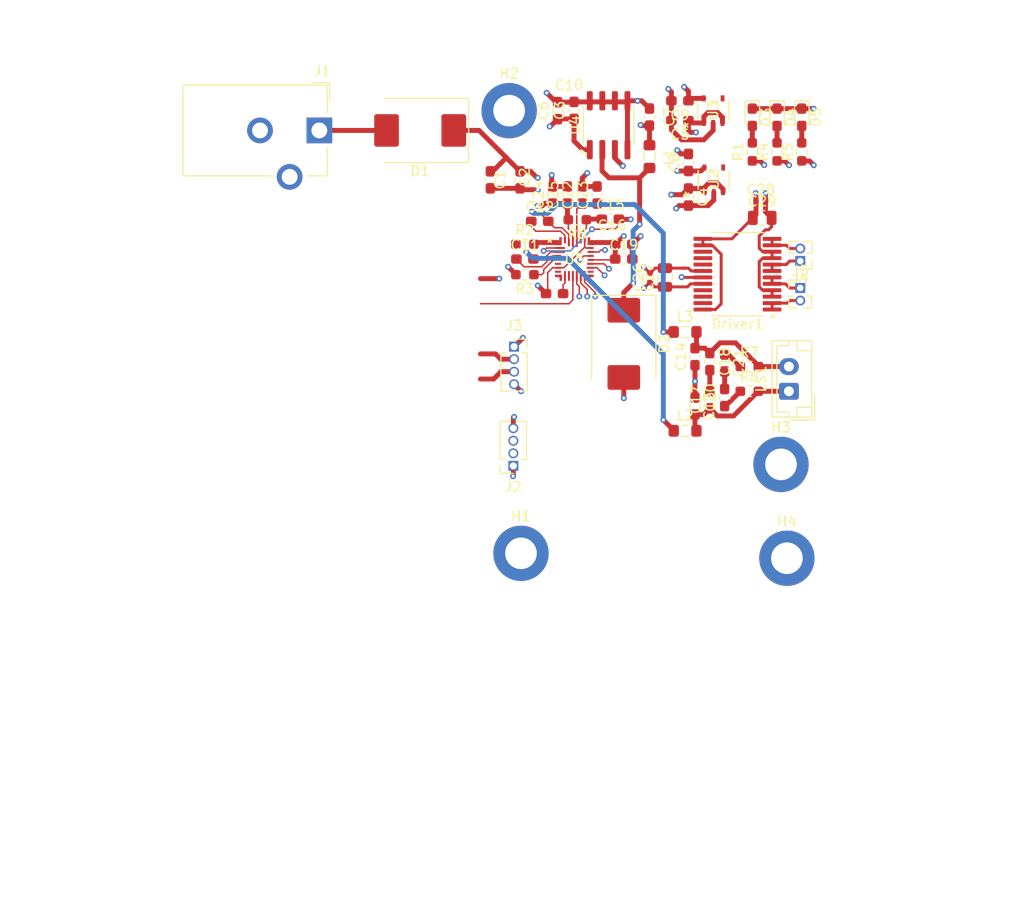
<source format=kicad_pcb>
(kicad_pcb (version 20241229) (generator "pcbnew") (generator_version "9.0")
  (layers (0 "F.Cu" signal) (4 "In1.Cu" signal) (6 "In2.Cu" signal) (2 "B.Cu" signal) (13 "F.Paste" user) (15 "B.Paste" user) (5 "F.SilkS" user "F.Silkscreen") (7 "B.SilkS" user "B.Silkscreen") (1 "F.Mask" user) (3 "B.Mask" user) (25 "Edge.Cuts" user))
  (net 0 "")
  (net 1 "12V")
  (net 2 "GND")
  (net 3 "5V")
  (net 4 "1.8V")
  (net 5 "3.3V")
  (net 6 "Net-(U5-DREG)")
  (net 7 "/OUT_P")
  (net 8 "Net-(U5-BST_P)")
  (net 9 "/OUT_N")
  (net 10 "Net-(U5-BST_N)")
  (net 11 "/VSNS_P")
  (net 12 "/VSNS_N")
  (net 13 "Net-(U5-PVDD_SNS)")
  (net 14 "Net-(C20-Pad1)")
  (net 15 "Net-(C21-Pad1)")
  (net 16 "Net-(U5-VBAT1S)")
  (net 17 "Net-(D1-A)")
  (net 18 "Net-(D2-K)")
  (net 19 "Net-(D3-A)")
  (net 20 "Net-(D4-A)")
  (net 21 "Net-(D5-A)")
  (net 22 "Net-(U5-VSNSN)")
  (net 23 "Net-(U5-VSNSP)")
  (net 25 "SDZ")
  (net 26 "SDIN")
  (net 27 "AIN1")
  (net 28 "STBY")
  (net 29 "SCL")
  (net 30 "PWMB")
  (net 31 "BO2")
  (net 33 "SDA")
  (net 34 "AIN2")
  (net 35 "IRQZ")
  (net 36 "AO2")
  (net 37 "SBCLK")
  (net 38 "FSYNC")
  (net 39 "SDOUT")
  (net 40 "AO1")
  (net 41 "BO1")
  (net 42 "BIN1")
  (net 51 "PWMA")
  (net 52 "BIN2")
  (net 53 "Echo_cap_2")
  (net 54 "Trig_cap_2")
  (net 55 "Trig_cap_1")
  (net 56 "Echo_cap_1")
  (footprint "Capacitor_SMD:C_0603_1608Metric_Pad1.08x0.95mm_HandSolder" (layer "F.Cu") (at 115.3 41.537499 90)
    (property "Reference" "C22")
    (property "Value" "1u")
  )
  (footprint "Capacitor_SMD:C_0603_1608Metric_Pad1.08x0.95mm_HandSolder" (layer "F.Cu") (at 128.2 62.2625 90)
    (property "Reference" "C17")
    (property "Value" "1nf")
  )
  (footprint "Capacitor_SMD:C_0603_1608Metric_Pad1.08x0.95mm_HandSolder" (layer "F.Cu") (at 128.2 58.4 -90)
    (property "Reference" "C18")
    (property "Value" "1nf")
  )
  (footprint "Connector_JST:JST_EH_B2B-EH-A_1x02_P2.50mm_Vertical" (layer "F.Cu") (at 136.2 61.4 90)
    (property "Reference" "LS1")
    (property "Value" "Speaker")
  )
  (footprint "LED_SMD:LED_0603_1608Metric_Pad1.05x0.95mm_HandSolder" (layer "F.Cu") (at 137.5 33.66875 -90)
    (property "Reference" "D5")
    (property "Value" "LED_Small")
  )
  (footprint "MountingHole:MountingHole_3.2mm_M3_DIN965_Pad" (layer "F.Cu") (at 109.1 77.8)
    (property "Reference" "H1")
    (property "Value" "MountingHole_Pad")
  )
  (footprint "Capacitor_SMD:C_0603_1608Metric_Pad1.08x0.95mm_HandSolder" (layer "F.Cu") (at 129.699999 62.0375 90)
    (property "Reference" "C20")
    (property "Value" "10nf")
  )
  (footprint "Capacitor_SMD:C_0603_1608Metric_Pad1.08x0.95mm_HandSolder" (layer "F.Cu") (at 109.496808 48.0202)
    (property "Reference" "C11")
    (property "Value" "0.1u")
  )
  (footprint "Package_SO:SSOP-24_5.3x8.2mm_P0.65mm" (layer "F.Cu") (at 131 49.55 180)
    (property "Reference" "Driver1")
    (property "Value" "TB6612FNG")
  )
  (footprint "Resistor_SMD:R_0603_1608Metric_Pad0.98x0.95mm_HandSolder" (layer "F.Cu") (at 132.2 61.4)
    (property "Reference" "R6")
    (property "Value" "3.3")
  )
  (footprint "Capacitor_SMD:C_0603_1608Metric_Pad1.08x0.95mm_HandSolder" (layer "F.Cu") (at 106 40 -90)
    (property "Reference" "C1")
    (property "Value" "100n")
  )
  (footprint "Capacitor_SMD:C_0603_1608Metric_Pad1.08x0.95mm_HandSolder" (layer "F.Cu") (at 122.1 33.65 90)
    (property "Reference" "C7")
    (property "Value" "180u")
  )
  (footprint "Capacitor_SMD:C_0603_1608Metric_Pad1.08x0.95mm_HandSolder" (layer "F.Cu") (at 114.465 32.975 90)
    (property "Reference" "C3")
    (property "Value" "470u")
  )
  (footprint "MountingHole:MountingHole_3.2mm_M3_DIN965_Pad" (layer "F.Cu") (at 107.9 33)
    (property "Reference" "H2")
    (property "Value" "MountingHole_Pad")
  )
  (footprint "Capacitor_SMD:C_0603_1608Metric_Pad1.08x0.95mm_HandSolder" (layer "F.Cu") (at 111 44.2)
    (property "Reference" "C12")
    (property "Value" "0.1u")
  )
  (footprint "Capacitor_SMD:C_0603_1608Metric_Pad1.08x0.95mm_HandSolder" (layer "F.Cu") (at 109 40 -90)
    (property "Reference" "C2")
    (property "Value" "100u")
  )
  (footprint "LED_SMD:LED_0603_1608Metric_Pad1.05x0.95mm_HandSolder" (layer "F.Cu") (at 132.5 33.66875 -90)
    (property "Reference" "D3")
    (property "Value" "LED_Small")
  )
  (footprint "Package_SO:SOIC-8_3.9x4.9mm_P1.27mm" (layer "F.Cu") (at 117.965 34.475 90)
    (property "Reference" "U4")
    (property "Value" "XL1509-5.0")
  )
  (footprint "footprints:SSOP5_ROM-L" (layer "F.Cu") (at 128.5398 33 90)
    (property "Reference" "U3")
    (property "Value" "BU33SD5WG-TR")
  )
  (footprint "Capacitor_SMD:C_0603_1608Metric_Pad1.08x0.95mm_HandSolder" (layer "F.Cu") (at 113.8 41.537499 90)
    (property "Reference" "C25")
    (property "Value" "0.1u")
  )
  (footprint "Inductor_SMD:L_0805_2012Metric_Pad1.05x1.20mm_HandSolder" (layer "F.Cu") (at 125.7 55.4)
    (property "Reference" "L3")
    (property "Value" "10u")
  )
  (footprint "Capacitor_SMD:C_0603_1608Metric_Pad1.08x0.95mm_HandSolder" (layer "F.Cu") (at 126.7 57.9 90)
    (property "Reference" "C14")
    (property "Value" "680n")
  )
  (footprint "Diode_SMD:D_SMC" (layer "F.Cu") (at 119.5 56.6 -90)
    (property "Reference" "D2")
    (property "Value" "MBRS320")
  )
  (footprint "Connector_PinSocket_1.27mm:PinSocket_1x04_P1.27mm_Vertical" (layer "F.Cu") (at 108.4 56.88)
    (property "Reference" "J3")
    (property "Value" "Conn_01x04_Socket")
  )
  (footprint "Capacitor_SMD:C_0603_1608Metric_Pad1.08x0.95mm_HandSolder" (layer "F.Cu") (at 119.496808 46.5202)
    (property "Reference" "C16")
    (property "Value" "1u")
  )
  (footprint "Capacitor_SMD:C_0603_1608Metric_Pad1.08x0.95mm_HandSolder" (layer "F.Cu") (at 119.496808 48.0202)
    (property "Reference" "C19")
    (property "Value" "4.7u")
  )
  (footprint "Resistor_SMD:R_0603_1608Metric_Pad0.98x0.95mm_HandSolder" (layer "F.Cu") (at 109.496808 49.6 180)
    (property "Reference" "R3")
    (property "Value" "1k")
  )
  (footprint "Capacitor_SMD:C_0603_1608Metric_Pad1.08x0.95mm_HandSolder" (layer "F.Cu") (at 112.496808 51.5202 180)
    (property "Reference" "C10")
    (property "Value" "1u")
  )
  (footprint "MountingHole:MountingHole_3.2mm_M3_DIN965_Pad" (layer "F.Cu") (at 136 78.3)
    (property "Reference" "H4")
    (property "Value" "MountingHole_Pad")
  )
  (footprint "Resistor_SMD:R_0603_1608Metric_Pad0.98x0.95mm_HandSolder" (layer "F.Cu") (at 137.5 37.16875 90)
    (property "Reference" "R5")
    (property "Value" "82")
  )
  (footprint "MountingHole:MountingHole_3.2mm_M3_DIN965_Pad" (layer "F.Cu") (at 135.4 68.8)
    (property "Reference" "H3")
    (property "Value" "MountingHole_Pad")
  )
  (footprint "Connector_PinSocket_1.27mm:PinSocket_1x04_P1.27mm_Vertical" (layer "F.Cu") (at 108.325 68.95 180)
    (property "Reference" "J2")
    (property "Value" "Conn_01x04_Socket")
  )
  (footprint "Connector_PinHeader_1.27mm:PinHeader_1x02_P1.27mm_Vertical" (layer "F.Cu") (at 137.35 50.95)
    (property "Reference" "J5")
    (property "Value" "Conn_01x02_Socket")
  )
  (footprint "Resistor_SMD:R_0603_1608Metric_Pad0.98x0.95mm_HandSolder" (layer "F.Cu") (at 132.5 37.16875 90)
    (property "Reference" "R1")
    (property "Value" "470")
  )
  (footprint "Capacitor_SMD:C_0603_1608Metric_Pad1.08x0.95mm_HandSolder" (layer "F.Cu") (at 112.3 41.537499 90)
    (property "Reference" "C24")
    (property "Value" "22u")
  )
  (footprint "Capacitor_SMD:C_0402_1005Metric" (layer "F.Cu") (at 122.1625 49.917499 90)
    (property "Reference" "C26")
    (property "Value" "100n")
  )
  (footprint "Inductor_SMD:L_0805_2012Metric_Pad1.05x1.20mm_HandSolder" (layer "F.Cu") (at 125.7 65.4)
    (property "Reference" "L2")
    (property "Value" "10u")
  )
  (footprint "Capacitor_SMD:C_0603_1608Metric_Pad1.08x0.95mm_HandSolder" (layer "F.Cu") (at 125.177299 34 180)
    (property "Reference" "C5")
    (property "Value" "1u")
  )
  (footprint "Connector_PinHeader_1.27mm:PinHeader_1x02_P1.27mm_Vertical" (layer "F.Cu") (at 137.35 48.220001 180)
    (property "Reference" "J4")
    (property "Value" "Conn_01x02_Socket")
  )
  (footprint "Capacitor_SMD:C_0603_1608Metric_Pad1.08x0.95mm_HandSolder" (layer "F.Cu") (at 118.140691 43.975)
    (property "Reference" "C15")
    (property "Value" "3.3n")
  )
  (footprint "Resistor_SMD:R_0603_1608Metric_Pad0.98x0.95mm_HandSolder" (layer "F.Cu") (at 114.8 44.037499 180)
    (property "Reference" "R8")
    (property "Value" "2.2k")
  )
  (footprint "footprints:VQFN-HR_RYA_TEX" (layer "F.Cu") (at 114.496808 48.0202)
    (property "Reference" "U5")
    (property "Value" "PTAS2780RYAR")
  )
  (footprint "Capacitor_SMD:C_0603_1608Metric_Pad1.08x0.95mm_HandSolder" (layer "F.Cu") (at 126.0398 41.7446 -90)
    (property "Reference" "C4")
    (property "Value" "1u")
  )
  (footprint "Capacitor_SMD:C_0603_1608Metric_Pad1.08x0.95mm_HandSolder" (layer "F.Cu") (at 125.177299 32 180)
    (property "Reference" "C9")
    (property "Value" "1u")
  )
  (footprint "Inductor_SMD:L_0805_2012Metric_Pad1.05x1.20mm_HandSolder" (layer "F.Cu") (at 122.1 37.65 90)
    (property "Reference" "L1")
    (property "Value" "68u")
  )
  (footprint "Capacitor_SMD:C_0402_1005Metric" (layer "F.Cu") (at 133.35 42.15)
    (property "Reference" "C28")
    (property "Value" "100n")
  )
  (footprint "Capacitor_SMD:C_0603_1608Metric_Pad1.08x0.95mm_HandSolder" (layer "F.Cu") (at 112.8 33 90)
    (property "Reference" "C6")
    (property "Value" "105n")
  )
  (footprint "Resistor_SMD:R_0603_1608Metric_Pad0.98x0.95mm_HandSolder" (layer "F.Cu") (at 109.496808 46.5202)
    (property "Reference" "R2")
    (property "Value" "1k")
  )
  (footprint "Capacitor_SMD:C_0603_1608Metric_Pad1.08x0.95mm_HandSolder" (layer "F.Cu") (at 126.0398 38.2446 90)
    (property "Reference" "C8")
    (property "Value" "1u")
  )
  (footprint "Resistor_SMD:R_0603_1608Metric_Pad0.98x0.95mm_HandSolder" (layer "F.Cu") (at 135 37.16875 90)
    (property "Reference" "R4")
    (property "Value" "120")
  )
  (footprint "footprints:SSOP5_ROM-L" (layer "F.Cu") (at 128.6 40 90)
    (property "Reference" "U2")
    (property "Value" "BU18SD5WG-TL")
  )
  (footprint "Capacitor_SMD:C_0603_1608Metric_Pad1.08x0.95mm_HandSolder" (layer "F.Cu") (at 126.7 62.9 -90)
    (property "Reference" "C13")
    (property "Value" "680n")
  )
  (footprint "Capacitor_SMD:C_0805_2012Metric" (layer "F.Cu") (at 133.5 43.85)
    (property "Reference" "C29")
    (property "Value" "10u")
  )
  (footprint "Diode_SMD:D_SMC" (layer "F.Cu") (at 98.9 35 180)
    (property "Reference" "D1")
    (property "Value" "MBRS320")
  )
  (footprint "Capacitor_SMD:C_0603_1608Metric_Pad1.08x0.95mm_HandSolder" (layer "F.Cu") (at 129.7 58.537499 -90)
    (property "Reference" "C21")
    (property "Value" "10nf")
  )
  (footprint "Capacitor_SMD:C_0805_2012Metric" (layer "F.Cu") (at 123.6625 49.8875 90)
    (property "Reference" "C27")
    (property "Value" "10u")
  )
  (footprint "Resistor_SMD:R_0603_1608Metric_Pad0.98x0.95mm_HandSolder" (layer "F.Cu") (at 132.2 58.9)
    (property "Reference" "R7")
    (property "Value" "3.3")
  )
  (footprint "LED_SMD:LED_0603_1608Metric_Pad1.05x0.95mm_HandSolder" (layer "F.Cu") (at 135 33.66875 -90)
    (property "Reference" "D4")
    (property "Value" "LED_Small")
  )
  (footprint "Connector_BarrelJack:BarrelJack_CUI_PJ-102AH_Horizontal" (layer "F.Cu") (at 88.7 35 -90)
    (property "Reference" "J1")
    (property "Value" "Barrel_Jack")
  )
  (footprint "Capacitor_SMD:C_0603_1608Metric_Pad1.08x0.95mm_HandSolder" (layer "F.Cu") (at 116.8 41.537499 90)
    (property "Reference" "C23")
    (property "Value" "0.1u")
  )
  (segment (start 111.485893 42.4) (end 112.3 42.4) (width 0.5) (layer "F.Cu") (net 1))
  (segment (start 113.8875 44.037499) (end 113.8875 44.940692) (width 0.15) (layer "F.Cu") (net 1))
  (segment (start 107.62 37.757499) (end 106.24 39.137499) (width 0.5) (layer "F.Cu") (net 1))
  (segment (start 110.762501 42.637499) (end 111.248394 42.637499) (width 0.5) (layer "F.Cu") (net 1))
  (segment (start 132.87 42.15) (end 132.87 41.37) (width 0.5) (layer "F.Cu") (net 1))
  (segment (start 112.062501 34.6) (end 112.8 33.862501) (width 0.5) (layer "F.Cu") (net 1))
  (segment (start 102.3 35) (end 104.862501 35) (width 0.5) (layer "F.Cu") (net 1))
  (segment (start 110.062501 39.137499) (end 109 39.137499) (width 0.5) (layer "F.Cu") (net 1))
  (segment (start 106 39.057499) (end 106 39.137499) (width 0.5) (layer "F.Cu") (net 1))
  (segment (start 133.28125 38.08125) (end 133.7 38.5) (width 0.5) (layer "F.Cu") (net 1))
  (segment (start 113.8 43.949999) (end 113.8875 44.037499) (width 0.5) (layer "F.Cu") (net 1))
  (segment (start 106.24 39.137499) (end 106 39.137499) (width 0.5) (layer "F.Cu") (net 1))
  (segment (start 115.35 36.95) (end 116.06 36.95) (width 0.5) (layer "F.Cu") (net 1))
  (segment (start 128.449999 46.625) (end 129.35 47.525001) (width 0.3) (layer "F.Cu") (net 1))
  (segment (start 112.3 42.4) (end 113.8 42.4) (width 0.5) (layer "F.Cu") (net 1))
  (segment (start 114.465 36.065) (end 115.35 36.95) (width 0.5) (layer "F.Cu") (net 1))
  (segment (start 132.5 38.08125) (end 133.28125 38.08125) (width 0.5) (layer "F.Cu") (net 1))
  (segment (start 127.5 46.625) (end 127.5 45.975) (width 0.3) (layer "F.Cu") (net 1))
  (segment (start 114.346808 46.3107) (end 114.346808 45.4) (width 0.15) (layer "F.Cu") (net 1))
  (segment (start 130.425 45.975) (end 132.55 43.85) (width 0.3) (layer "F.Cu") (net 1))
  (segment (start 127.5 45.975) (end 130.425 45.975) (width 0.3) (layer "F.Cu") (net 1))
  (segment (start 132.87 41.37) (end 132.85 41.35) (width 0.5) (layer "F.Cu") (net 1))
  (segment (start 129.35 52.55) (end 128.775 53.125) (width 0.3) (layer "F.Cu") (net 1))
  (segment (start 107.62 37.757499) (end 109 39.137499) (width 0.5) (layer "F.Cu") (net 1))
  (segment (start 113.8 42.4) (end 113.8 43.949999) (width 0.5) (layer "F.Cu") (net 1))
  (segment (start 114.465 33.837501) (end 112.825 33.837501) (width 0.5) (layer "F.Cu") (net 1))
  (segment (start 111.248394 42.637499) (end 111.485893 42.4) (width 0.5) (layer "F.Cu") (net 1))
  (segment (start 114.465 33.837501) (end 114.465 36.065) (width 0.5) (layer "F.Cu") (net 1))
  (segment (start 129.35 47.525001) (end 129.35 52.55) (width 0.3) (layer "F.Cu") (net 1))
  (segment (start 132.87 42.15) (end 132.87 43.53) (width 0.5) (layer "F.Cu") (net 1))
  (segment (start 132.87 43.53) (end 132.55 43.85) (width 0.5) (layer "F.Cu") (net 1))
  (segment (start 113.8875 44.940692) (end 114.346808 45.4) (width 0.15) (layer "F.Cu") (net 1))
  (segment (start 110.725002 39.8) (end 110.062501 39.137499) (width 0.5) (layer "F.Cu") (net 1))
  (segment (start 104.862501 35) (end 107.62 37.757499) (width 0.5) (layer "F.Cu") (net 1))
  (segment (start 112.825 33.837501) (end 112.8 33.862501) (width 0.5) (layer "F.Cu") (net 1))
  (segment (start 128.775 53.125) (end 127.5 53.125) (width 0.3) (layer "F.Cu") (net 1))
  (segment (start 110.8 39.8) (end 110.725002 39.8) (width 0.5) (layer "F.Cu") (net 1))
  (segment (start 112 34.6) (end 112.062501 34.6) (width 0.5) (layer "F.Cu") (net 1))
  (segment (start 127.5 46.625) (end 128.449999 46.625) (width 0.3) (layer "F.Cu") (net 1))
  (via (at 132.85 41.35) (size 0.6) (drill 0.3) (layers "F.Cu" "B.Cu") (net 1))
  (via (at 110.8 39.8) (size 0.6) (drill 0.3) (layers "F.Cu" "B.Cu") (net 1))
  (via (at 133.7 38.5) (size 0.6) (drill 0.3) (layers "F.Cu" "B.Cu") (net 1))
  (via (at 110.762501 42.637499) (size 0.6) (drill 0.3) (layers "F.Cu" "B.Cu") (net 1))
  (via (at 112 34.6) (size 0.6) (drill 0.3) (layers "F.Cu" "B.Cu") (net 1))
  (segment (start 122.662498 48.937501) (end 123.6625 48.937501) (width 0.3) (layer "F.Cu") (net 2))
  (segment (start 133.83 42.15) (end 133.83 43.23) (width 0.5) (layer "F.Cu") (net 2))
  (segment (start 121.2 45.7) (end 121.179508 45.7) (width 0.5) (layer "F.Cu") (net 2))
  (segment (start 115.546808 45.720293) (end 115.546808 46.1202) (width 0.15) (layer "F.Cu") (net 2))
  (segment (start 112.3 40.674998) (end 113.8 40.674998) (width 0.5) (layer "F.Cu") (net 2))
  (segment (start 110.8 50.7) (end 111.6 51.5) (width 0.5) (layer "F.Cu") (net 2))
  (segment (start 122.1625 49.437499) (end 122.137499 49.437499) (width 0.3) (layer "F.Cu") (net 2))
  (segment (start 111.634307 51.5202) (end 111.5202 51.5202) (width 0.5) (layer "F.Cu") (net 2))
  (segment (start 111.8 51.354507) (end 111.634307 51.5202) (width 0.15) (layer "F.Cu") (net 2))
  (segment (start 134.5 47.275) (end 134.5 47.925) (width 0.3) (layer "F.Cu") (net 2))
  (segment (start 112.8 32.137499) (end 112.637499 32.137499) (width 0.5) (layer "F.Cu") (net 2))
  (segment (start 128.5398 35) (end 128.5398 34.2446) (width 0.5) (layer "F.Cu") (net 2))
  (segment (start 133.83 42.15) (end 133.83 41.37) (width 0.5) (layer "F.Cu") (net 2))
  (segment (start 133.199 50.823999) (end 133.550001 51.175) (width 0.3) (layer "F.Cu") (net 2))
  (segment (start 115.3 39.820491) (end 115.803192 39.317299) (width 0.5) (layer "F.Cu") (net 2))
  (segment (start 108.4 60.69) (end 108.4 60.7) (width 0.5) (layer "F.Cu") (net 2))
  (segment (start 113.446807 48.900001) (end 115.546808 46.8) (width 0.15) (layer "F.Cu") (net 2))
  (segment (start 123.6625 48.937501) (end 125.45 48.937501) (width 0.3) (layer "F.Cu") (net 2))
  (segment (start 126.0398 42.607101) (end 125.092899 42.607101) (width 0.5) (layer "F.Cu") (net 2))
  (segment (start 119.87 36.95) (end 119.87 32) (width 0.5) (layer "F.Cu") (net 2))
  (segment (start 122.1625 49.437499) (end 122.662498 48.937501) (width 0.3) (layer "F.Cu") (net 2))
  (segment (start 121.312501 32) (end 122.1 32.787499) (width 0.5) (layer "F.Cu") (net 2))
  (segment (start 119.003192 43.975) (end 119.003192 44.596808) (width 0.15) (layer "F.Cu") (net 2))
  (segment (start 134.45 44.75) (end 134.45 43.85) (width 0.3) (layer "F.Cu") (net 2))
  (segment (start 119.87 32) (end 120.9 32) (width 0.5) (layer "F.Cu") (net 2))
  (segment (start 112.203192 40.57819) (end 112.3 40.674998) (width 0.5) (layer "F.Cu") (net 2))
  (segment (start 133.834418 45.05) (end 134.15 45.05) (width 0.3) (layer "F.Cu") (net 2))
  (segment (start 115.546808 46.1202) (end 115.546808 46.8) (width 0.15) (layer "F.Cu") (net 2))
  (segment (start 105 50) (end 106.9 50) (width 0.5) (layer "F.Cu") (net 2))
  (segment (start 112.846799 48.900001) (end 112.288398 48.900001) (width 0.15) (layer "F.Cu") (net 2))
  (segment (start 118.6 45) (end 116.267101 45) (width 0.15) (layer "F.Cu") (net 2))
  (segment (start 124.314798 32) (end 124.314798 34) (width 0.5) (layer "F.Cu") (net 2))
  (segment (start 110.8 41.000003) (end 110.799997 41) (width 0.5) (layer "F.Cu") (net 2))
  (segment (start 115.546808 46.8) (end 115.646808 46.9) (width 0.15) (layer "F.Cu") (net 2))
  (segment (start 137.5 32.793751) (end 132.5 32.793751) (width 0.5) (layer "F.Cu") (net 2))
  (segment (start 109.137499 41) (end 109 40.862501) (width 0.5) (layer "F.Cu") (net 2))
  (segment (start 108.4 60.7) (end 109.1 61.4) (width 0.5) (layer "F.Cu") (net 2))
  (segment (start 127.5 49.225) (end 126.325 49.225) (width 0.3) (layer "F.Cu") (net 2))
  (segment (start 112.637499 32.137499) (end 111.7 31.2) (width 0.5) (layer "F.Cu") (net 2))
  (segment (start 124.314798 31.114798) (end 124 30.8) (width 0.5) (layer "F.Cu") (net 2))
  (segment (start 128.2 59.262501) (end 128.2 61.399999) (width 0.5) (layer "F.Cu") (net 2))
  (segment (start 125.351 35.951) (end 127.5888 35.951) (width 0.5) (layer "F.Cu") (net 2))
  (segment (start 114.44 32.137499) (end 114.465 32.112499) (width 0.5) (layer "F.Cu") (net 2))
  (segment (start 129.699999 61.174999) (end 129.7 59.4) (width 0.5) (layer "F.Cu") (net 2))
  (segment (start 119.5 60) (end 119.5 62.1) (width 0.5) (layer "F.Cu") (net 2))
  (segment (start 111.8 49.388399) (end 111.8 51.354507) (width 0.15) (layer "F.Cu") (net 2))
  (segment (start 133.550001 47.925) (end 133.199 48.276001) (width 0.3) (layer "F.Cu") (net 2))
  (segment (start 133.83 41.37) (end 133.85 41.35) (width 0.5) (layer "F.Cu") (net 2))
  (segment (start 124.314798 34.914798) (end 125.351 35.951) (width 0.5) (layer "F.Cu") (net 2))
  (segment (start 121.179508 45.7) (end 120.359309 46.520199) (width 0.5) (layer "F.Cu") (net 2))
  (segment (start 128.6 42.0494) (end 128.6 41.2446) (width 0.5) (layer "F.Cu") (net 2))
  (segment (start 125.45 48.937501) (end 125.662501 48.937501) (width 0.3) (layer "F.Cu") (net 2))
  (segment (start 133.550001 47.275) (end 133.199 46.923999) (width 0.3) (layer "F.Cu") (net 2))
  (segment (start 115.646808 46.9) (end 116.146818 46.9) (width 0.15) (layer "F.Cu") (net 2))
  (segment (start 119.003192 44.596808) (end 118.6 45) (width 0.15) (layer "F.Cu") (net 2))
  (segment (start 115.3 40.674998) (end 116.8 40.674998) (width 0.5) (layer "F.Cu") (net 2))
  (segment (start 133.550001 51.175) (end 134.5 51.175) (width 0.3) (layer "F.Cu") (net 2))
  (segment (start 124.314798 32) (end 124.314798 31.114798) (width 0.5) (layer "F.Cu") (net 2))
  (segment (start 123.6625 48.937501) (end 123.887499 49.1625) (width 0.3) (layer "F.Cu") (net 2))
  (segment (start 112.846799 48.900001) (end 113.446807 48.900001) (width 0.15) (layer "F.Cu") (net 2))
  (segment (start 112.288398 48.900001) (end 111.8 49.388399) (width 0.15) (layer "F.Cu") (net 2))
  (segment (start 113.05 46.9) (end 111.686826 46.9) (width 0.15) (layer "F.Cu") (net 2))
  (segment (start 120.359308 46.5202) (end 120.359309 48.0202) (width 0.5) (layer "F.Cu") (net 2))
  (segment (start 127.5888 35.951) (end 128.5398 35) (width 0.5) (layer "F.Cu") (net 2))
  (segment (start 120.359309 46.520199) (end 120.359309 48.0202) (width 0.5) (layer "F.Cu") (net 2))
  (segment (start 137.5 32.793751) (end 138.693751 32.793751) (width 0.5) (layer "F.Cu") (net 2))
  (segment (start 125.282099 37.382099) (end 124.9 37) (width 0.5) (layer "F.Cu") (net 2))
  (segment (start 111.6 51.5) (end 111.614107 51.5) (width 0.5) (layer "F.Cu") (net 2))
  (segment (start 126.7 58.762501) (end 126.7 60.4) (width 0.5) (layer "F.Cu") (net 2))
  (segment (start 124.314798 34) (end 124.314798 34.914798) (width 0.5) (layer "F.Cu") (net 2))
  (segment (start 128.042299 42.607101) (end 128.6 42.0494) (width 0.5) (layer "F.Cu") (net 2))
  (segment (start 133.83 43.23) (end 134.45 43.85) (width 0.5) (layer "F.Cu") (net 2))
  (segment (start 111.614107 51.5) (end 111.634307 51.5202) (width 0.5) (layer "F.Cu") (net 2))
  (segment (start 126.7 62.037499) (end 126.7 60.4) (width 0.5) (layer "F.Cu") (net 2))
  (segment (start 112.8 32.137499) (end 114.44 32.137499) (width 0.5) (layer "F.Cu") (net 2))
  (segment (start 134.5 47.275) (end 133.550001 47.275) (width 0.3) (layer "F.Cu") (net 2))
  (segment (start 108.325 65.14) (end 108.325 64.075) (width 0.5) (layer "F.Cu") (net 2))
  (segment (start 126.325 49.225) (end 126.037501 48.937501) (width 0.3) (layer "F.Cu") (net 2))
  (segment (start 126.0398 37.382099) (end 125.282099 37.382099) (width 0.5) (layer "F.Cu") (net 2))
  (segment (start 133.199 48.276001) (end 133.199 50.823999) (width 0.3) (layer "F.Cu") (net 2))
  (segment (start 133.199 46.923999) (end 133.199 45.685418) (width 0.3) (layer "F.Cu") (net 2))
  (segment (start 120.9 32) (end 121.312501 32) (width 0.5) (layer "F.Cu") (net 2))
  (segment (start 124.314798 32) (end 124.4 32) (width 0.5) (layer "F.Cu") (net 2))
  (segment (start 133.199 45.685418) (end 133.834418 45.05) (width 0.3) (layer "F.Cu") (net 2))
  (segment (start 108.325 64.075) (end 108.4 64) (width 0.5) (layer "F.Cu") (net 2))
  (segment (start 116.267101 45) (end 115.546808 45.720293) (width 0.15) (layer "F.Cu") (net 2))
  (segment (start 115.3 40.674998) (end 115.3 39.820491) (width 0.5) (layer "F.Cu") (net 2))
  (segment (start 106 40.862501) (end 109 40.862501) (width 0.5) (layer "F.Cu") (net 2))
  (segment (start 126.0398 42.607101) (end 128.042299 42.607101) (width 0.5) (layer "F.Cu") (net 2))
  (segment (start 125.092899 42.607101) (end 124.8 42.9) (width 0.5) (layer "F.Cu") (net 2))
  (segment (start 110.799997 41) (end 109.137499 41) (width 0.5) (layer "F.Cu") (net 2))
  (segment (start 112.203192 39.517299) (end 112.203192 40.57819) (width 0.5) (layer "F.Cu") (net 2))
  (segment (start 119.003192 43.975) (end 119.028192 44) (width 0.5) (layer "F.Cu") (net 2))
  (segment (start 134.15 45.05) (end 134.45 44.75) (width 0.3) (layer "F.Cu") (net 2))
  (segment (start 111.686826 46.9) (end 111.393413 47.193413) (width 0.15) (layer "F.Cu") (net 2))
  (segment (start 119.028192 44) (end 120.2 44) (width 0.5) (layer "F.Cu") (net 2))
  (segment (start 122.137499 49.437499) (end 121.55 48.85) (width 0.3) (layer "F.Cu") (net 2))
  (segment (start 138.693751 32.793751) (end 138.7 32.8) (width 0.5) (layer "F.Cu") (net 2))
  (segment (start 114.465 32.112499) (end 119.757501 32.112499) (width 0.5) (layer "F.Cu") (net 2))
  (segment (start 134.5 47.925) (end 133.550001 47.925) (width 0.3) (layer "F.Cu") (net 2))
  (segment (start 134.5 51.175) (end 134.5 51.825) (width 0.3) (layer "F.Cu") (net 2))
  (segment (start 119.757501 32.112499) (end 119.87 32) (width 0.5) (layer "F.Cu") (net 2))
  (segment (start 126.037501 48.937501) (end 125.45 48.937501) (width 0.3) (layer "F.Cu") (net 2))
  (via (at 124.8 42.9) (size 0.6) (drill 0.3) (layers "F.Cu" "B.Cu") (net 2))
  (via (at 120.2 44) (size 0.6) (drill 0.3) (layers "F.Cu" "B.Cu") (net 2))
  (via (at 109.1 61.4) (size 0.6) (drill 0.3) (layers "F.Cu" "B.Cu") (net 2))
  (via (at 111.393413 47.193413) (size 0.6) (drill 0.3) (layers "F.Cu" "B.Cu") (net 2))
  (via (at 124.9 37) (size 0.6) (drill 0.3) (layers "F.Cu" "B.Cu") (net 2))
  (via (at 110.8 50.7) (size 0.6) (drill 0.3) (layers "F.Cu" "B.Cu") (net 2))
  (via (at 126.7 60.4) (size 0.6) (drill 0.3) (layers "F.Cu" "B.Cu") (net 2))
  (via (at 133.85 41.35) (size 0.6) (drill 0.3) (layers "F.Cu" "B.Cu") (net 2))
  (via (at 138.7 32.8) (size 0.6) (drill 0.3) (layers "F.Cu" "B.Cu") (net 2))
  (via (at 108.4 64) (size 0.6) (drill 0.3) (layers "F.Cu" "B.Cu") (net 2))
  (via (at 121.2 45.7) (size 0.6) (drill 0.3) (layers "F.Cu" "B.Cu") (net 2))
  (via (at 120.9 32) (size 0.6) (drill 0.3) (layers "F.Cu" "B.Cu") (net 2))
  (via (at 112.203192 39.517299) (size 0.6) (drill 0.3) (layers "F.Cu" "B.Cu") (net 2))
  (via (at 111.7 31.2) (size 0.6) (drill 0.3) (layers "F.Cu" "B.Cu") (net 2))
  (via (at 106.9 50) (size 0.6) (drill 0.3) (layers "F.Cu" "B.Cu") (net 2))
  (via (at 110.8 41.000003) (size 0.6) (drill 0.3) (layers "F.Cu" "B.Cu") (net 2))
  (via (at 115.803192 39.317299) (size 0.6) (drill 0.3) (layers "F.Cu" "B.Cu") (net 2))
  (via (at 124 30.8) (size 0.6) (drill 0.3) (layers "F.Cu" "B.Cu") (net 2))
  (via (at 116.276024 45.00181) (size 0.6) (drill 0.3) (layers "F.Cu" "B.Cu") (net 2))
  (via (at 119.5 62.1) (size 0.6) (drill 0.3) (layers "F.Cu" "B.Cu") (net 2))
  (via (at 121.55 48.85) (size 0.6) (drill 0.3) (layers "F.Cu" "B.Cu") (net 2))
  (segment (start 111.393413 47.193413) (end 114.084421 47.193413) (width 0.15) (layer "B.Cu") (net 2))
  (segment (start 114.084421 47.193413) (end 116.276024 45.00181) (width 0.15) (layer "B.Cu") (net 2))
  (segment (start 126.017901 40.882099) (end 126.0398 40.882099) (width 0.5) (layer "F.Cu") (net 3))
  (segment (start 126.8 35.2) (end 126.2796 35.2) (width 0.5) (layer "F.Cu") (net 3))
  (segment (start 128 33.2) (end 127.6 33.6) (width 0.5) (layer "F.Cu") (net 3))
  (segment (start 121.262501 34.512501) (end 122.1 34.512501) (width 0.5) (layer "F.Cu") (net 3))
  (segment (start 127.6602 40.7871) (end 128.1473 40.3) (width 0.5) (layer "F.Cu") (net 3))
  (segment (start 129.4796 34.2446) (end 129.4796 33.6796) (width 0.5) (layer "F.Cu") (net 3))
  (segment (start 124.3 41.5) (end 125.4 41.5) (width 0.5) (layer "F.Cu") (net 3))
  (segment (start 122.1 34.512501) (end 122.1 36.5) (width 0.5) (layer "F.Cu") (net 3))
  (segment (start 126.0398 40.882099) (end 126.7 40.882099) (width 0.5) (layer "F.Cu") (net 3))
  (segment (start 129.4796 33.6796) (end 129 33.2) (width 0.5) (layer "F.Cu") (net 3))
  (segment (start 127.565201 40.882099) (end 126.7 40.882099) (width 0.5) (layer "F.Cu") (net 3))
  (segment (start 127.6 33.6) (end 127.6 34.2446) (width 0.5) (layer "F.Cu") (net 3))
  (segment (start 126.2844 34.2446) (end 126.0398 34) (width 0.5) (layer "F.Cu") (net 3))
  (segment (start 128.9 40.3) (end 129.5398 40.9398) (width 0.5) (layer "F.Cu") (net 3))
  (segment (start 126.0398 34.9602) (end 126.0398 34) (width 0.5) (layer "F.Cu") (net 3))
  (segment (start 108.42 56.88) (end 109.3 56) (width 0.5) (layer "F.Cu") (net 3))
  (segment (start 125.4 41.5) (end 126.017901 40.882099) (width 0.5) (layer "F.Cu") (net 3))
  (segment (start 127.6602 41.2446) (end 127.6602 40.7871) (width 0.5) (layer "F.Cu") (net 3))
  (segment (start 128.1473 40.3) (end 127.565201 40.882099) (width 0.5) (layer "F.Cu") (net 3))
  (segment (start 126.7 40.882099) (end 127.297699 40.882099) (width 0.5) (layer "F.Cu") (net 3))
  (segment (start 126.2796 35.2) (end 126.0398 34.9602) (width 0.5) (layer "F.Cu") (net 3))
  (segment (start 121.2 34.45) (end 121.262501 34.512501) (width 0.5) (layer "F.Cu") (net 3))
  (segment (start 127.297699 40.882099) (end 127.6602 41.2446) (width 0.5) (layer "F.Cu") (net 3))
  (segment (start 108.325 68.95) (end 108.325 69.975) (width 0.5) (layer "F.Cu") (net 3))
  (segment (start 108.325 69.975) (end 108.3 70) (width 0.5) (layer "F.Cu") (net 3))
  (segment (start 129.5398 40.9398) (end 129.5398 41.2446) (width 0.5) (layer "F.Cu") (net 3))
  (segment (start 127.6 34.2446) (end 126.2844 34.2446) (width 0.5) (layer "F.Cu") (net 3))
  (segment (start 108.4 56.88) (end 108.42 56.88) (width 0.5) (layer "F.Cu") (net 3))
  (segment (start 118.6 37.8) (end 119.4 38.6) (width 0.5) (layer "F.Cu") (net 3))
  (segment (start 129 33.2) (end 128 33.2) (width 0.5) (layer "F.Cu") (net 3))
  (segment (start 118.6 36.95) (end 118.6 37.8) (width 0.5) (layer "F.Cu") (net 3))
  (segment (start 128.1473 40.3) (end 128.9 40.3) (width 0.5) (layer "F.Cu") (net 3))
  (via (at 126.8 35.2) (size 0.6) (drill 0.3) (layers "F.Cu" "B.Cu") (net 3))
  (via (at 108.3 70) (size 0.6) (drill 0.3) (layers "F.Cu" "B.Cu") (net 3))
  (via (at 121.2 34.45) (size 0.6) (drill 0.3) (layers "F.Cu" "B.Cu") (net 3))
  (via (at 124.3 41.5) (size 0.6) (drill 0.3) (layers "F.Cu" "B.Cu") (net 3))
  (via (at 109.3 56) (size 0.6) (drill 0.3) (layers "F.Cu" "B.Cu") (net 3))
  (via (at 119.4 38.6) (size 0.6) (drill 0.3) (layers "F.Cu" "B.Cu") (net 3))
  (segment (start 118.634308 46.5202) (end 118.6798 46.5202) (width 0.5) (layer "F.Cu") (net 4))
  (segment (start 118.554506 48.100001) (end 118.634307 48.0202) (width 0.15) (layer "F.Cu") (net 4))
  (segment (start 118.6798 46.5202) (end 119.5 45.7) (width 0.5) (layer "F.Cu") (net 4))
  (segment (start 137.509375 38.1) (end 138.290625 38.1) (width 0.5) (layer "F.Cu") (net 4))
  (segment (start 138.290625 38.1) (end 138.709375 38.51875) (width 0.5) (layer "F.Cu") (net 4))
  (segment (start 118.634308 46.5202) (end 118.461508 46.3474) (width 0.5) (layer "F.Cu") (net 4))
  (segment (start 116.146817 48.100001) (end 118.554506 48.100001) (width 0.15) (layer "F.Cu") (net 4))
  (segment (start 126.0398 39.107101) (end 127.295799 39.107101) (width 0.5) (layer "F.Cu") (net 4))
  (segment (start 118.461508 46.3474) (end 116.146808 46.3474) (width 0.5) (layer "F.Cu") (net 4))
  (segment (start 126.0398 39.107101) (end 124.907101 39.107101) (width 0.5) (layer "F.Cu") (net 4))
  (segment (start 124.907101 39.107101) (end 124.9 39.1) (width 0.5) (layer "F.Cu") (net 4))
  (segment (start 127.295799 39.107101) (end 127.6475 38.7554) (width 0.5) (layer "F.Cu") (net 4))
  (segment (start 118.634308 46.5202) (end 118.634307 48.0202) (width 0.5) (layer "F.Cu") (net 4))
  (via (at 124.9 39.1) (size 0.6) (drill 0.3) (layers "F.Cu" "B.Cu") (net 4))
  (via (at 138.709375 38.51875) (size 0.6) (drill 0.3) (layers "F.Cu" "B.Cu") (net 4))
  (via (at 119.5 45.7) (size 0.6) (drill 0.3) (layers "F.Cu" "B.Cu") (net 4))
  (segment (start 126.2844 31.7554) (end 126.0398 32) (width 0.5) (layer "F.Cu") (net 5))
  (segment (start 126.0398 31.0398) (end 125.6 30.6) (width 0.5) (layer "F.Cu") (net 5))
  (segment (start 123.6625 50.837499) (end 125.937501 50.837499) (width 0.3) (layer "F.Cu") (net 5))
  (segment (start 127.5873 31.7554) (end 126.2844 31.7554) (width 0.5) (layer "F.Cu") (net 5))
  (segment (start 122.6025 50.837499) (end 122.1625 50.397499) (width 0.3) (layer "F.Cu") (net 5))
  (segment (start 126.25 50.525) (end 127.5 50.525) (width 0.3) (layer "F.Cu") (net 5))
  (segment (start 135.790625 38.1) (end 136.209375 38.51875) (width 0.5) (layer "F.Cu") (net 5))
  (segment (start 122.1625 50.397499) (end 122.102501 50.397499) (width 0.3) (layer "F.Cu") (net 5))
  (segment (start 135.009375 38.1) (end 135.790625 38.1) (width 0.5) (layer "F.Cu") (net 5))
  (segment (start 123.6625 50.837499) (end 122.6025 50.837499) (width 0.3) (layer "F.Cu") (net 5))
  (segment (start 122.102501 50.397499) (end 121.55 50.95) (width 0.3) (layer "F.Cu") (net 5))
  (segment (start 125.937501 50.837499) (end 126.25 50.525) (width 0.3) (layer "F.Cu") (net 5))
  (segment (start 126.0398 32) (end 126.0398 31.0398) (width 0.5) (layer "F.Cu") (net 5))
  (via (at 121.55 50.95) (size 0.6) (drill 0.3) (layers "F.Cu" "B.Cu") (net 5))
  (via (at 125.6 30.6) (size 0.6) (drill 0.3) (layers "F.Cu" "B.Cu") (net 5))
  (via (at 136.209375 38.51875) (size 0.6) (drill 0.3) (layers "F.Cu" "B.Cu") (net 5))
  (segment (start 113.546807 50.453193) (end 113.359309 50.640691) (width 0.15) (layer "F.Cu") (net 6))
  (segment (start 113.359309 50.640691) (end 113.359309 51.5202) (width 0.15) (layer "F.Cu") (net 6))
  (segment (start 113.546807 49.725) (end 113.546807 50.453193) (width 0.15) (layer "F.Cu") (net 6))
  (segment (start 111.3798 48.0202) (end 110.359309 48.0202) (width 0.15) (layer "F.Cu") (net 7))
  (segment (start 109.639109 47.3) (end 110.359309 48.0202) (width 0.5) (layer "F.Cu") (net 7))
  (segment (start 113.05 47.299999) (end 112.100001 47.299999) (width 0.15) (layer "F.Cu") (net 7))
  (segment (start 110.359309 48.0202) (end 110.2202 48.0202) (width 0.15) (layer "F.Cu") (net 7))
  (segment (start 112.100001 47.299999) (end 111.3798 48.0202) (width 0.15) (layer "F.Cu") (net 7))
  (segment (start 124.55 65.35) (end 123.5 64.3) (width 0.5) (layer "F.Cu") (net 7))
  (segment (start 124.55 65.4) (end 124.55 65.35) (width 0.5) (layer "F.Cu") (net 7))
  (via (at 109.639109 47.3) (size 0.6) (drill 0.3) (layers "F.Cu" "B.Cu") (net 7))
  (via (at 123.5 64.3) (size 0.6) (drill 0.3) (layers "F.Cu" "B.Cu") (net 7))
  (segment (start 110.283522 47.944413) (end 109.639109 47.3) (width 0.5) (layer "B.Cu") (net 7))
  (segment (start 123.5 57.637922) (end 113.806491 47.944413) (width 0.5) (layer "B.Cu") (net 7))
  (segment (start 113.806491 47.944413) (end 110.283522 47.944413) (width 0.5) (layer "B.Cu") (net 7))
  (segment (start 123.5 64.3) (end 123.5 57.637922) (width 0.5) (layer "B.Cu") (net 7))
  (segment (start 112.288398 47.700002) (end 111.1884 48.8) (width 0.15) (layer "F.Cu") (net 8))
  (segment (start 111.1884 48.8) (end 109.414107 48.8) (width 0.15) (layer "F.Cu") (net 8))
  (segment (start 109.414107 48.8) (end 108.634307 48.0202) (width 0.15) (layer "F.Cu") (net 8))
  (segment (start 112.846799 47.700002) (end 112.288398 47.700002) (width 0.15) (layer "F.Cu") (net 8))
  (segment (start 112.486499 44.849) (end 112.486499 44.823998) (width 0.15) (layer "F.Cu") (net 9))
  (segment (start 112.486499 44.849) (end 112.237499 44.6) (width 0.15) (layer "F.Cu") (net 9))
  (segment (start 110.887501 43.225) (end 110.2 43.225) (width 0.15) (layer "F.Cu") (net 9))
  (segment (start 113.249 44.849) (end 112.486499 44.849) (width 0.15) (layer "F.Cu") (net 9))
  (segment (start 113.946809 45.546809) (end 113.249 44.849) (width 0.15) (layer "F.Cu") (net 9))
  (segment (start 113.946809 46.2726) (end 113.946809 45.546809) (width 0.15) (layer "F.Cu") (net 9))
  (segment (start 112.237499 44.6) (end 112.237499 44.037499) (width 0.15) (layer "F.Cu") (net 9))
  (segment (start 124.55 55.4) (end 123.5 55.4) (width 0.5) (layer "F.Cu") (net 9))
  (segment (start 111.862501 44.2) (end 110.887501 43.225) (width 0.15) (layer "F.Cu") (net 9))
  (segment (start 112.162501 44.037499) (end 112.237499 44.037499) (width 0.15) (layer "F.Cu") (net 9))
  (segment (start 112.486499 44.823998) (end 111.862501 44.2) (width 0.15) (layer "F.Cu") (net 9))
  (via (at 123.5 55.4) (size 0.6) (drill 0.3) (layers "F.Cu" "B.Cu") (net 9))
  (via (at 110.2 43.225) (size 0.6) (drill 0.3) (layers "F.Cu" "B.Cu") (net 9))
  (segment (start 123.5 45.4) (end 120.6 42.5) (width 0.5) (layer "B.Cu") (net 9))
  (segment (start 111.811501 43.388499) (end 110.363499 43.388499) (width 0.5) (layer "B.Cu") (net 9))
  (segment (start 110.363499 43.388499) (end 110.2 43.225) (width 0.5) (layer "B.Cu") (net 9))
  (segment (start 112.7 42.5) (end 111.811501 43.388499) (width 0.5) (layer "B.Cu") (net 9))
  (segment (start 120.6 42.5) (end 112.7 42.5) (width 0.5) (layer "B.Cu") (net 9))
  (segment (start 123.5 55.4) (end 123.5 45.4) (width 0.5) (layer "B.Cu") (net 9))
  (segment (start 110.512497 44.037499) (end 109.974998 44.574998) (width 0.15) (layer "F.Cu") (net 10))
  (segment (start 113.546807 45.643195) (end 113.546807 46.1202) (width 0.15) (layer "F.Cu") (net 10))
  (segment (start 110.2 44.262501) (end 110.137499 44.2) (width 0.15) (layer "F.Cu") (net 10))
  (segment (start 113.103612 45.2) (end 113.546807 45.643195) (width 0.15) (layer "F.Cu") (net 10))
  (segment (start 110.2 44.8) (end 110.2 44.262501) (width 0.15) (layer "F.Cu") (net 10))
  (segment (start 110.2 44.8) (end 110.6 45.2) (width 0.15) (layer "F.Cu") (net 10))
  (segment (start 110.6 45.2) (end 113.103612 45.2) (width 0.15) (layer "F.Cu") (net 10))
  (segment (start 130.6 63.9) (end 128.974999 63.9) (width 0.5) (layer "F.Cu") (net 11))
  (segment (start 126.7 63.762501) (end 126.7 65.25) (width 0.5) (layer "F.Cu") (net 11))
  (segment (start 133.1125 61.4) (end 133.1 61.4) (width 0.5) (layer "F.Cu") (net 11))
  (segment (start 133.1 61.4) (end 130.6 63.9) (width 0.5) (layer "F.Cu") (net 11))
  (segment (start 127.5625 63.762501) (end 128.2 63.125001) (width 0.5) (layer "F.Cu") (net 11))
  (segment (start 128.974999 63.9) (end 128.2 63.125001) (width 0.5) (layer "F.Cu") (net 11))
  (segment (start 126.7 63.762501) (end 127.5625 63.762501) (width 0.5) (layer "F.Cu") (net 11))
  (segment (start 108.584308 49.584308) (end 107.8 48.8) (width 0.5) (layer "F.Cu") (net 11))
  (segment (start 126.7 65.25) (end 126.85 65.4) (width 0.5) (layer "F.Cu") (net 11))
  (segment (start 108.584308 49.6) (end 108.584308 49.584308) (width 0.5) (layer "F.Cu") (net 11))
  (segment (start 133.1125 61.4) (end 136.2 61.4) (width 0.5) (layer "F.Cu") (net 11))
  (via (at 107.8 48.8) (size 0.6) (drill 0.3) (layers "F.Cu" "B.Cu") (net 11))
  (segment (start 127.7 57.037499) (end 128.2 57.537499) (width 0.5) (layer "F.Cu") (net 12))
  (segment (start 128.2 57.537499) (end 129.237499 56.5) (width 0.5) (layer "F.Cu") (net 12))
  (segment (start 126.85 56.887499) (end 126.7 57.037499) (width 0.5) (layer "F.Cu") (net 12))
  (segment (start 126.85 55.4) (end 126.85 56.887499) (width 0.5) (layer "F.Cu") (net 12))
  (segment (start 129.237499 56.5) (end 130.8 56.5) (width 0.5) (layer "F.Cu") (net 12))
  (segment (start 133.1125 58.8125) (end 133.1125 58.9) (width 0.5) (layer "F.Cu") (net 12))
  (segment (start 133.1125 58.9) (end 136.2 58.9) (width 0.5) (layer "F.Cu") (net 12))
  (segment (start 126.7 57.037499) (end 127.7 57.037499) (width 0.5) (layer "F.Cu") (net 12))
  (segment (start 130.8 56.5) (end 133.1125 58.8125) (width 0.5) (layer "F.Cu") (net 12))
  (segment (start 117.27819 43.975) (end 115.774999 43.975) (width 0.5) (layer "F.Cu") (net 13))
  (segment (start 115.170346 45.429654) (end 115.7125 44.8875) (width 0.15) (layer "F.Cu") (net 13))
  (segment (start 115.7125 44.8875) (end 115.7125 44.037499) (width 0.15) (layer "F.Cu") (net 13))
  (segment (start 115.774999 43.975) (end 115.7125 44.037499) (width 0.5) (layer "F.Cu") (net 13))
  (segment (start 115.146806 46.1202) (end 115.146806 45.453194) (width 0.15) (layer "F.Cu") (net 13))
  (segment (start 129.699999 62.900001) (end 129.787499 62.900001) (width 0.5) (layer "F.Cu") (net 14))
  (segment (start 129.787499 62.900001) (end 131.2875 61.4) (width 0.5) (layer "F.Cu") (net 14))
  (segment (start 130.062498 57.674998) (end 131.2875 58.9) (width 0.5) (layer "F.Cu") (net 15))
  (segment (start 129.7 57.674998) (end 130.062498 57.674998) (width 0.5) (layer "F.Cu") (net 15))
  (segment (start 115.3 42.4) (end 116.8 42.4) (width 0.15) (layer "F.Cu") (net 16))
  (segment (start 114.746807 42.953193) (end 114.746807 46.3107) (width 0.15) (layer "F.Cu") (net 16))
  (segment (start 115.3 42.4) (end 114.746807 42.953193) (width 0.15) (layer "F.Cu") (net 16))
  (segment (start 88.7 35) (end 95.5 35) (width 0.5) (layer "F.Cu") (net 17))
  (segment (start 121.549 39.351) (end 121.1 39.8) (width 0.5) (layer "F.Cu") (net 18))
  (segment (start 121.1 39.8) (end 121.1 40.3) (width 0.5) (layer "F.Cu") (net 18))
  (segment (start 121.1 39.8) (end 118 39.8) (width 0.5) (layer "F.Cu") (net 18))
  (segment (start 122.1 38.8) (end 121.549 39.351) (width 0.5) (layer "F.Cu") (net 18))
  (segment (start 121.1 40.3) (end 121.1 44.5) (width 0.5) (layer "F.Cu") (net 18))
  (segment (start 118 39.8) (end 117.3 39.1) (width 0.5) (layer "F.Cu") (net 18))
  (segment (start 117.3 36.98) (end 117.33 36.95) (width 0.5) (layer "F.Cu") (net 18))
  (segment (start 117.3 39.1) (end 117.3 36.98) (width 0.5) (layer "F.Cu") (net 18))
  (segment (start 120.449 50.451) (end 119.5 51.4) (width 0.5) (layer "F.Cu") (net 18))
  (segment (start 119.5 51.4) (end 119.5 53.2) (width 0.5) (layer "F.Cu") (net 18))
  (via (at 121.1 44.5) (size 0.6) (drill 0.3) (layers "F.Cu" "B.Cu") (net 18))
  (via (at 120.449 50.451) (size 0.6) (drill 0.3) (layers "F.Cu" "B.Cu") (net 18))
  (segment (start 120.449 45.151) (end 121.1 44.5) (width 0.5) (layer "B.Cu") (net 18))
  (segment (start 120.449 50.451) (end 120.449 45.151) (width 0.5) (layer "B.Cu") (net 18))
  (segment (start 132.5 34.543749) (end 132.5 36.25625) (width 0.5) (layer "F.Cu") (net 19))
  (segment (start 135 36.25625) (end 135 34.543749) (width 0.5) (layer "F.Cu") (net 20))
  (segment (start 137.5 34.543749) (end 137.5 36.25625) (width 0.5) (layer "F.Cu") (net 21))
  (segment (start 110.582108 46.3474) (end 112.846798 46.3474) (width 0.5) (layer "F.Cu") (net 22))
  (segment (start 110.409308 46.5202) (end 110.582108 46.3474) (width 0.5) (layer "F.Cu") (net 22))
  (segment (start 111.4 49.4) (end 111.2 49.6) (width 0.15) (layer "F.Cu") (net 23))
  (segment (start 111.2 49.6) (end 110.409308 49.6) (width 0.15) (layer "F.Cu") (net 23))
  (segment (start 112.384787 48.100001) (end 111.4 49.084788) (width 0.15) (layer "F.Cu") (net 23))
  (segment (start 111.4 49.084788) (end 111.4 49.4) (width 0.15) (layer "F.Cu") (net 23))
  (segment (start 112.846799 48.100001) (end 112.384787 48.100001) (width 0.15) (layer "F.Cu") (net 23))
  (segment (start 117.2 47.0974) (end 116.997401 47.299999) (width 0.15) (layer "F.Cu") (net 25))
  (segment (start 116.997401 47.299999) (end 116.146818 47.299999) (width 0.15) (layer "F.Cu") (net 25))
  (segment (start 117.596808 47.0974) (end 117.2 47.0974) (width 0.15) (layer "F.Cu") (net 25))
  (via (at 117.596808 47.0974) (size 0.6) (drill 0.3) (layers "F.Cu" "B.Cu") (net 25))
  (segment (start 115 50.8) (end 114.746807 50.546807) (width 0.15) (layer "F.Cu") (net 26))
  (segment (start 115 51.8) (end 115 50.8) (width 0.15) (layer "F.Cu") (net 26))
  (segment (start 114.746807 50.546807) (end 114.746807 49.725001) (width 0.15) (layer "F.Cu") (net 26))
  (via (at 115 51.8) (size 0.6) (drill 0.3) (layers "F.Cu" "B.Cu") (net 26))
  (segment (start 125.375 49.875) (end 125.35 49.85) (width 0.3) (layer "F.Cu") (net 28))
  (segment (start 127.5 49.875) (end 125.375 49.875) (width 0.3) (layer "F.Cu") (net 28))
  (via (at 125.35 49.85) (size 0.6) (drill 0.3) (layers "F.Cu" "B.Cu") (net 28))
  (segment (start 116.096017 48.900001) (end 116.790598 48.900001) (width 0.15) (layer "F.Cu") (net 29))
  (segment (start 116.790598 48.900001) (end 117.556239 49.665642) (width 0.15) (layer "F.Cu") (net 29))
  (via (at 117.556239 49.665642) (size 0.6) (drill 0.3) (layers "F.Cu" "B.Cu") (net 29))
  (segment (start 136.279999 48.220001) (end 135.925 48.575) (width 0.3) (layer "F.Cu") (net 31))
  (segment (start 134.5 49.225) (end 134.5 48.575) (width 0.3) (layer "F.Cu") (net 31))
  (segment (start 135.925 48.575) (end 134.5 48.575) (width 0.3) (layer "F.Cu") (net 31))
  (segment (start 137.35 48.220001) (end 136.279999 48.220001) (width 0.3) (layer "F.Cu") (net 31))
  (segment (start 116.121417 48.499999) (end 117.499999 48.499999) (width 0.15) (layer "F.Cu") (net 33))
  (segment (start 117.499999 48.499999) (end 118 49) (width 0.15) (layer "F.Cu") (net 33))
  (via (at 118 49) (size 0.6) (drill 0.3) (layers "F.Cu" "B.Cu") (net 33))
  (segment (start 115.45998 47.700002) (end 115.079991 48.079991) (width 0.15) (layer "F.Cu") (net 35))
  (segment (start 116.146817 47.700002) (end 115.45998 47.700002) (width 0.15) (layer "F.Cu") (net 35))
  (via (at 115.079991 48.079991) (size 0.6) (drill 0.3) (layers "F.Cu" "B.Cu") (net 35))
  (segment (start 136.275 50.95) (end 135.85 50.525) (width 0.3) (layer "F.Cu") (net 36))
  (segment (start 137.35 50.95) (end 136.275 50.95) (width 0.3) (layer "F.Cu") (net 36))
  (segment (start 134.5 49.875) (end 134.5 50.525) (width 0.3) (layer "F.Cu") (net 36))
  (segment (start 134.5 50.525) (end 135.85 50.525) (width 0.3) (layer "F.Cu") (net 36))
  (segment (start 115.546808 50.35403) (end 116.600003 51.407225) (width 0.15) (layer "F.Cu") (net 37))
  (segment (start 115.546808 49.725001) (end 115.546808 50.35403) (width 0.15) (layer "F.Cu") (net 37))
  (segment (start 116.600003 51.407225) (end 116.600003 51.8) (width 0.15) (layer "F.Cu") (net 37))
  (via (at 116.600003 51.8) (size 0.6) (drill 0.3) (layers "F.Cu" "B.Cu") (net 37))
  (segment (start 115.8 51.103612) (end 115.146806 50.450417) (width 0.15) (layer "F.Cu") (net 38))
  (segment (start 115.8 51.8) (end 115.8 51.103612) (width 0.15) (layer "F.Cu") (net 38))
  (segment (start 115.146806 50.450417) (end 115.146806 49.725001) (width 0.15) (layer "F.Cu") (net 38))
  (via (at 115.8 51.8) (size 0.6) (drill 0.3) (layers "F.Cu" "B.Cu") (net 38))
  (segment (start 113.96 52.54) (end 114.346808 52.153192) (width 0.15) (layer "F.Cu") (net 39))
  (segment (start 105 52.54) (end 113.96 52.54) (width 0.15) (layer "F.Cu") (net 39))
  (segment (start 114.346808 52.153192) (end 114.346808 49.725001) (width 0.15) (layer "F.Cu") (net 39))
  (segment (start 137.35 52.220001) (end 136.304999 52.220001) (width 0.3) (layer "F.Cu") (net 40))
  (segment (start 134.5 52.475) (end 134.5 53.125) (width 0.3) (layer "F.Cu") (net 40))
  (segment (start 134.5 52.475) (end 136.05 52.475) (width 0.3) (layer "F.Cu") (net 40))
  (segment (start 136.304999 52.220001) (end 136.05 52.475) (width 0.3) (layer "F.Cu") (net 40))
  (segment (start 134.5 45.975) (end 134.5 46.625) (width 0.3) (layer "F.Cu") (net 41))
  (segment (start 136.275 46.95) (end 135.95 46.625) (width 0.3) (layer "F.Cu") (net 41))
  (segment (start 134.5 46.625) (end 135.95 46.625) (width 0.3) (layer "F.Cu") (net 41))
  (segment (start 137.35 46.95) (end 136.275 46.95) (width 0.3) (layer "F.Cu") (net 41))
  (segment (start 107.05 58.15) (end 108.4 58.15) (width 0.5) (layer "F.Cu") (net 55))
  (segment (start 106.52 57.62) (end 107.05 58.15) (width 0.5) (layer "F.Cu") (net 55))
  (segment (start 105 57.62) (end 106.52 57.62) (width 0.5) (layer "F.Cu") (net 55))
  (segment (start 105 60.16) (end 106.34 60.16) (width 0.5) (layer "F.Cu") (net 56))
  (segment (start 107.08 59.42) (end 108.4 59.42) (width 0.5) (layer "F.Cu") (net 56))
  (segment (start 106.34 60.16) (end 107.08 59.42) (width 0.5) (layer "F.Cu") (net 56))
)
</source>
